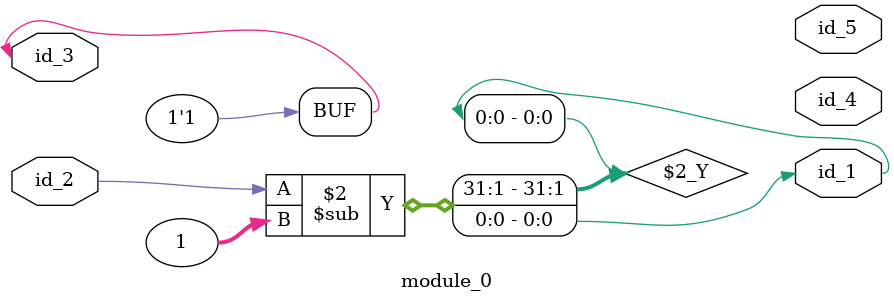
<source format=v>
`define pp_5 0
module module_0 (
    id_1,
    id_2,
    id_3,
    id_4,
    id_5
);
  output id_5;
  output id_4;
  inout id_3;
  inout id_2;
  output id_1;
  initial begin
    id_1 <= id_2 - 1;
    id_3 <= 1;
  end
endmodule

</source>
